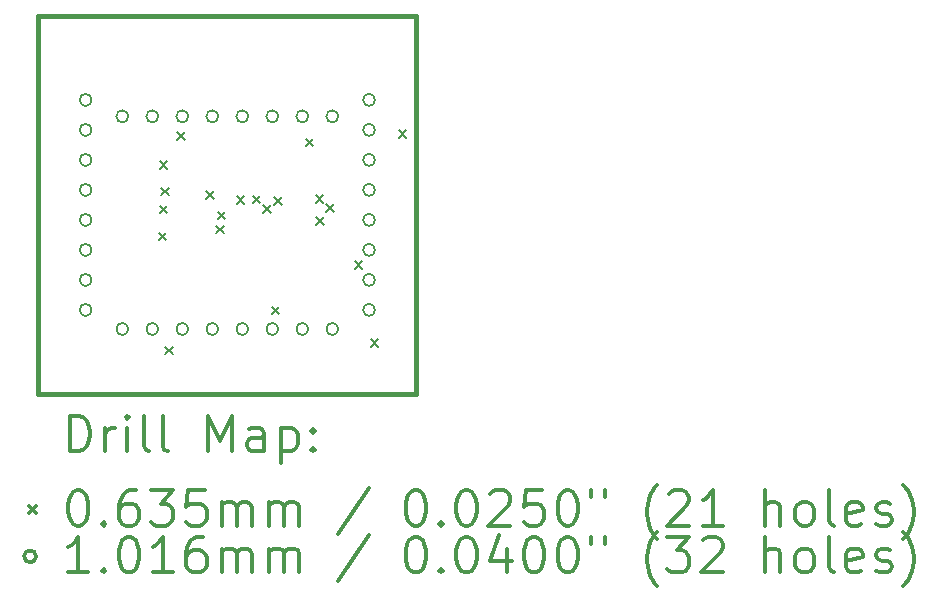
<source format=gbr>
%FSLAX45Y45*%
G04 Gerber Fmt 4.5, Leading zero omitted, Abs format (unit mm)*
G04 Created by KiCad (PCBNEW 5.1.10) date 2021-11-10 14:39:57*
%MOMM*%
%LPD*%
G01*
G04 APERTURE LIST*
%TA.AperFunction,Profile*%
%ADD10C,0.381000*%
%TD*%
%ADD11C,0.200000*%
%ADD12C,0.300000*%
G04 APERTURE END LIST*
D10*
X13200126Y-9999980D02*
X9999980Y-9999980D01*
X13200126Y-6800088D02*
X13200126Y-9999980D01*
X9999980Y-6800088D02*
X13200126Y-6800088D01*
X9999980Y-9999980D02*
X9999980Y-6800088D01*
D11*
X11021060Y-8637270D02*
X11084560Y-8700770D01*
X11084560Y-8637270D02*
X11021060Y-8700770D01*
X11026394Y-8406130D02*
X11089894Y-8469630D01*
X11089894Y-8406130D02*
X11026394Y-8469630D01*
X11028172Y-8028686D02*
X11091672Y-8092186D01*
X11091672Y-8028686D02*
X11028172Y-8092186D01*
X11040110Y-8255254D02*
X11103610Y-8318754D01*
X11103610Y-8255254D02*
X11040110Y-8318754D01*
X11074400Y-9601200D02*
X11137900Y-9664700D01*
X11137900Y-9601200D02*
X11074400Y-9664700D01*
X11177016Y-7784846D02*
X11240516Y-7848346D01*
X11240516Y-7784846D02*
X11177016Y-7848346D01*
X11421618Y-8282432D02*
X11485118Y-8345932D01*
X11485118Y-8282432D02*
X11421618Y-8345932D01*
X11504422Y-8575294D02*
X11567922Y-8638794D01*
X11567922Y-8575294D02*
X11504422Y-8638794D01*
X11520932Y-8458200D02*
X11584432Y-8521700D01*
X11584432Y-8458200D02*
X11520932Y-8521700D01*
X11678158Y-8325358D02*
X11741658Y-8388858D01*
X11741658Y-8325358D02*
X11678158Y-8388858D01*
X11816842Y-8321802D02*
X11880342Y-8385302D01*
X11880342Y-8321802D02*
X11816842Y-8385302D01*
X11902694Y-8403590D02*
X11966194Y-8467090D01*
X11966194Y-8403590D02*
X11902694Y-8467090D01*
X11974830Y-9263888D02*
X12038330Y-9327388D01*
X12038330Y-9263888D02*
X11974830Y-9327388D01*
X11999214Y-8336026D02*
X12062714Y-8399526D01*
X12062714Y-8336026D02*
X11999214Y-8399526D01*
X12261850Y-7840472D02*
X12325350Y-7903972D01*
X12325350Y-7840472D02*
X12261850Y-7903972D01*
X12347194Y-8318500D02*
X12410694Y-8382000D01*
X12410694Y-8318500D02*
X12347194Y-8382000D01*
X12354306Y-8502904D02*
X12417806Y-8566404D01*
X12417806Y-8502904D02*
X12354306Y-8566404D01*
X12436348Y-8392160D02*
X12499848Y-8455660D01*
X12499848Y-8392160D02*
X12436348Y-8455660D01*
X12679426Y-8875776D02*
X12742926Y-8939276D01*
X12742926Y-8875776D02*
X12679426Y-8939276D01*
X12814046Y-9536176D02*
X12877546Y-9599676D01*
X12877546Y-9536176D02*
X12814046Y-9599676D01*
X13052044Y-7768082D02*
X13115544Y-7831582D01*
X13115544Y-7768082D02*
X13052044Y-7831582D01*
X10450830Y-7510526D02*
G75*
G03*
X10450830Y-7510526I-50800J0D01*
G01*
X10450830Y-7764526D02*
G75*
G03*
X10450830Y-7764526I-50800J0D01*
G01*
X10450830Y-8018526D02*
G75*
G03*
X10450830Y-8018526I-50800J0D01*
G01*
X10450830Y-8272526D02*
G75*
G03*
X10450830Y-8272526I-50800J0D01*
G01*
X10450830Y-8526526D02*
G75*
G03*
X10450830Y-8526526I-50800J0D01*
G01*
X10450830Y-8780526D02*
G75*
G03*
X10450830Y-8780526I-50800J0D01*
G01*
X10450830Y-9034526D02*
G75*
G03*
X10450830Y-9034526I-50800J0D01*
G01*
X10450830Y-9288526D02*
G75*
G03*
X10450830Y-9288526I-50800J0D01*
G01*
X10761726Y-7649972D02*
G75*
G03*
X10761726Y-7649972I-50800J0D01*
G01*
X10761726Y-9450070D02*
G75*
G03*
X10761726Y-9450070I-50800J0D01*
G01*
X11015726Y-7649972D02*
G75*
G03*
X11015726Y-7649972I-50800J0D01*
G01*
X11015726Y-9450070D02*
G75*
G03*
X11015726Y-9450070I-50800J0D01*
G01*
X11269726Y-7649972D02*
G75*
G03*
X11269726Y-7649972I-50800J0D01*
G01*
X11269726Y-9450070D02*
G75*
G03*
X11269726Y-9450070I-50800J0D01*
G01*
X11523726Y-7649972D02*
G75*
G03*
X11523726Y-7649972I-50800J0D01*
G01*
X11523726Y-9450070D02*
G75*
G03*
X11523726Y-9450070I-50800J0D01*
G01*
X11777726Y-7649972D02*
G75*
G03*
X11777726Y-7649972I-50800J0D01*
G01*
X11777726Y-9450070D02*
G75*
G03*
X11777726Y-9450070I-50800J0D01*
G01*
X12031726Y-7649972D02*
G75*
G03*
X12031726Y-7649972I-50800J0D01*
G01*
X12031726Y-9450070D02*
G75*
G03*
X12031726Y-9450070I-50800J0D01*
G01*
X12285726Y-7649972D02*
G75*
G03*
X12285726Y-7649972I-50800J0D01*
G01*
X12285726Y-9450070D02*
G75*
G03*
X12285726Y-9450070I-50800J0D01*
G01*
X12539726Y-7649972D02*
G75*
G03*
X12539726Y-7649972I-50800J0D01*
G01*
X12539726Y-9450070D02*
G75*
G03*
X12539726Y-9450070I-50800J0D01*
G01*
X12850876Y-7510526D02*
G75*
G03*
X12850876Y-7510526I-50800J0D01*
G01*
X12850876Y-7764526D02*
G75*
G03*
X12850876Y-7764526I-50800J0D01*
G01*
X12850876Y-8018526D02*
G75*
G03*
X12850876Y-8018526I-50800J0D01*
G01*
X12850876Y-8272526D02*
G75*
G03*
X12850876Y-8272526I-50800J0D01*
G01*
X12850876Y-8526526D02*
G75*
G03*
X12850876Y-8526526I-50800J0D01*
G01*
X12850876Y-8780526D02*
G75*
G03*
X12850876Y-8780526I-50800J0D01*
G01*
X12850876Y-9034526D02*
G75*
G03*
X12850876Y-9034526I-50800J0D01*
G01*
X12850876Y-9288526D02*
G75*
G03*
X12850876Y-9288526I-50800J0D01*
G01*
D12*
X10267358Y-10484744D02*
X10267358Y-10184744D01*
X10338787Y-10184744D01*
X10381644Y-10199030D01*
X10410216Y-10227602D01*
X10424501Y-10256173D01*
X10438787Y-10313316D01*
X10438787Y-10356173D01*
X10424501Y-10413316D01*
X10410216Y-10441887D01*
X10381644Y-10470459D01*
X10338787Y-10484744D01*
X10267358Y-10484744D01*
X10567358Y-10484744D02*
X10567358Y-10284744D01*
X10567358Y-10341887D02*
X10581644Y-10313316D01*
X10595930Y-10299030D01*
X10624501Y-10284744D01*
X10653073Y-10284744D01*
X10753073Y-10484744D02*
X10753073Y-10284744D01*
X10753073Y-10184744D02*
X10738787Y-10199030D01*
X10753073Y-10213316D01*
X10767358Y-10199030D01*
X10753073Y-10184744D01*
X10753073Y-10213316D01*
X10938787Y-10484744D02*
X10910216Y-10470459D01*
X10895930Y-10441887D01*
X10895930Y-10184744D01*
X11095930Y-10484744D02*
X11067358Y-10470459D01*
X11053073Y-10441887D01*
X11053073Y-10184744D01*
X11438787Y-10484744D02*
X11438787Y-10184744D01*
X11538787Y-10399030D01*
X11638787Y-10184744D01*
X11638787Y-10484744D01*
X11910216Y-10484744D02*
X11910216Y-10327602D01*
X11895930Y-10299030D01*
X11867358Y-10284744D01*
X11810216Y-10284744D01*
X11781644Y-10299030D01*
X11910216Y-10470459D02*
X11881644Y-10484744D01*
X11810216Y-10484744D01*
X11781644Y-10470459D01*
X11767358Y-10441887D01*
X11767358Y-10413316D01*
X11781644Y-10384744D01*
X11810216Y-10370459D01*
X11881644Y-10370459D01*
X11910216Y-10356173D01*
X12053073Y-10284744D02*
X12053073Y-10584744D01*
X12053073Y-10299030D02*
X12081644Y-10284744D01*
X12138787Y-10284744D01*
X12167358Y-10299030D01*
X12181644Y-10313316D01*
X12195930Y-10341887D01*
X12195930Y-10427602D01*
X12181644Y-10456173D01*
X12167358Y-10470459D01*
X12138787Y-10484744D01*
X12081644Y-10484744D01*
X12053073Y-10470459D01*
X12324501Y-10456173D02*
X12338787Y-10470459D01*
X12324501Y-10484744D01*
X12310216Y-10470459D01*
X12324501Y-10456173D01*
X12324501Y-10484744D01*
X12324501Y-10299030D02*
X12338787Y-10313316D01*
X12324501Y-10327602D01*
X12310216Y-10313316D01*
X12324501Y-10299030D01*
X12324501Y-10327602D01*
X9917430Y-10947280D02*
X9980930Y-11010780D01*
X9980930Y-10947280D02*
X9917430Y-11010780D01*
X10324501Y-10814744D02*
X10353073Y-10814744D01*
X10381644Y-10829030D01*
X10395930Y-10843316D01*
X10410216Y-10871887D01*
X10424501Y-10929030D01*
X10424501Y-11000459D01*
X10410216Y-11057602D01*
X10395930Y-11086173D01*
X10381644Y-11100459D01*
X10353073Y-11114744D01*
X10324501Y-11114744D01*
X10295930Y-11100459D01*
X10281644Y-11086173D01*
X10267358Y-11057602D01*
X10253073Y-11000459D01*
X10253073Y-10929030D01*
X10267358Y-10871887D01*
X10281644Y-10843316D01*
X10295930Y-10829030D01*
X10324501Y-10814744D01*
X10553073Y-11086173D02*
X10567358Y-11100459D01*
X10553073Y-11114744D01*
X10538787Y-11100459D01*
X10553073Y-11086173D01*
X10553073Y-11114744D01*
X10824501Y-10814744D02*
X10767358Y-10814744D01*
X10738787Y-10829030D01*
X10724501Y-10843316D01*
X10695930Y-10886173D01*
X10681644Y-10943316D01*
X10681644Y-11057602D01*
X10695930Y-11086173D01*
X10710216Y-11100459D01*
X10738787Y-11114744D01*
X10795930Y-11114744D01*
X10824501Y-11100459D01*
X10838787Y-11086173D01*
X10853073Y-11057602D01*
X10853073Y-10986173D01*
X10838787Y-10957602D01*
X10824501Y-10943316D01*
X10795930Y-10929030D01*
X10738787Y-10929030D01*
X10710216Y-10943316D01*
X10695930Y-10957602D01*
X10681644Y-10986173D01*
X10953073Y-10814744D02*
X11138787Y-10814744D01*
X11038787Y-10929030D01*
X11081644Y-10929030D01*
X11110216Y-10943316D01*
X11124501Y-10957602D01*
X11138787Y-10986173D01*
X11138787Y-11057602D01*
X11124501Y-11086173D01*
X11110216Y-11100459D01*
X11081644Y-11114744D01*
X10995930Y-11114744D01*
X10967358Y-11100459D01*
X10953073Y-11086173D01*
X11410216Y-10814744D02*
X11267358Y-10814744D01*
X11253073Y-10957602D01*
X11267358Y-10943316D01*
X11295930Y-10929030D01*
X11367358Y-10929030D01*
X11395930Y-10943316D01*
X11410216Y-10957602D01*
X11424501Y-10986173D01*
X11424501Y-11057602D01*
X11410216Y-11086173D01*
X11395930Y-11100459D01*
X11367358Y-11114744D01*
X11295930Y-11114744D01*
X11267358Y-11100459D01*
X11253073Y-11086173D01*
X11553073Y-11114744D02*
X11553073Y-10914744D01*
X11553073Y-10943316D02*
X11567358Y-10929030D01*
X11595930Y-10914744D01*
X11638787Y-10914744D01*
X11667358Y-10929030D01*
X11681644Y-10957602D01*
X11681644Y-11114744D01*
X11681644Y-10957602D02*
X11695930Y-10929030D01*
X11724501Y-10914744D01*
X11767358Y-10914744D01*
X11795930Y-10929030D01*
X11810216Y-10957602D01*
X11810216Y-11114744D01*
X11953073Y-11114744D02*
X11953073Y-10914744D01*
X11953073Y-10943316D02*
X11967358Y-10929030D01*
X11995930Y-10914744D01*
X12038787Y-10914744D01*
X12067358Y-10929030D01*
X12081644Y-10957602D01*
X12081644Y-11114744D01*
X12081644Y-10957602D02*
X12095930Y-10929030D01*
X12124501Y-10914744D01*
X12167358Y-10914744D01*
X12195930Y-10929030D01*
X12210216Y-10957602D01*
X12210216Y-11114744D01*
X12795930Y-10800459D02*
X12538787Y-11186173D01*
X13181644Y-10814744D02*
X13210216Y-10814744D01*
X13238787Y-10829030D01*
X13253073Y-10843316D01*
X13267358Y-10871887D01*
X13281644Y-10929030D01*
X13281644Y-11000459D01*
X13267358Y-11057602D01*
X13253073Y-11086173D01*
X13238787Y-11100459D01*
X13210216Y-11114744D01*
X13181644Y-11114744D01*
X13153073Y-11100459D01*
X13138787Y-11086173D01*
X13124501Y-11057602D01*
X13110216Y-11000459D01*
X13110216Y-10929030D01*
X13124501Y-10871887D01*
X13138787Y-10843316D01*
X13153073Y-10829030D01*
X13181644Y-10814744D01*
X13410216Y-11086173D02*
X13424501Y-11100459D01*
X13410216Y-11114744D01*
X13395930Y-11100459D01*
X13410216Y-11086173D01*
X13410216Y-11114744D01*
X13610216Y-10814744D02*
X13638787Y-10814744D01*
X13667358Y-10829030D01*
X13681644Y-10843316D01*
X13695930Y-10871887D01*
X13710216Y-10929030D01*
X13710216Y-11000459D01*
X13695930Y-11057602D01*
X13681644Y-11086173D01*
X13667358Y-11100459D01*
X13638787Y-11114744D01*
X13610216Y-11114744D01*
X13581644Y-11100459D01*
X13567358Y-11086173D01*
X13553073Y-11057602D01*
X13538787Y-11000459D01*
X13538787Y-10929030D01*
X13553073Y-10871887D01*
X13567358Y-10843316D01*
X13581644Y-10829030D01*
X13610216Y-10814744D01*
X13824501Y-10843316D02*
X13838787Y-10829030D01*
X13867358Y-10814744D01*
X13938787Y-10814744D01*
X13967358Y-10829030D01*
X13981644Y-10843316D01*
X13995930Y-10871887D01*
X13995930Y-10900459D01*
X13981644Y-10943316D01*
X13810216Y-11114744D01*
X13995930Y-11114744D01*
X14267358Y-10814744D02*
X14124501Y-10814744D01*
X14110216Y-10957602D01*
X14124501Y-10943316D01*
X14153073Y-10929030D01*
X14224501Y-10929030D01*
X14253073Y-10943316D01*
X14267358Y-10957602D01*
X14281644Y-10986173D01*
X14281644Y-11057602D01*
X14267358Y-11086173D01*
X14253073Y-11100459D01*
X14224501Y-11114744D01*
X14153073Y-11114744D01*
X14124501Y-11100459D01*
X14110216Y-11086173D01*
X14467358Y-10814744D02*
X14495930Y-10814744D01*
X14524501Y-10829030D01*
X14538787Y-10843316D01*
X14553073Y-10871887D01*
X14567358Y-10929030D01*
X14567358Y-11000459D01*
X14553073Y-11057602D01*
X14538787Y-11086173D01*
X14524501Y-11100459D01*
X14495930Y-11114744D01*
X14467358Y-11114744D01*
X14438787Y-11100459D01*
X14424501Y-11086173D01*
X14410216Y-11057602D01*
X14395930Y-11000459D01*
X14395930Y-10929030D01*
X14410216Y-10871887D01*
X14424501Y-10843316D01*
X14438787Y-10829030D01*
X14467358Y-10814744D01*
X14681644Y-10814744D02*
X14681644Y-10871887D01*
X14795930Y-10814744D02*
X14795930Y-10871887D01*
X15238787Y-11229030D02*
X15224501Y-11214744D01*
X15195930Y-11171887D01*
X15181644Y-11143316D01*
X15167358Y-11100459D01*
X15153073Y-11029030D01*
X15153073Y-10971887D01*
X15167358Y-10900459D01*
X15181644Y-10857602D01*
X15195930Y-10829030D01*
X15224501Y-10786173D01*
X15238787Y-10771887D01*
X15338787Y-10843316D02*
X15353073Y-10829030D01*
X15381644Y-10814744D01*
X15453073Y-10814744D01*
X15481644Y-10829030D01*
X15495930Y-10843316D01*
X15510216Y-10871887D01*
X15510216Y-10900459D01*
X15495930Y-10943316D01*
X15324501Y-11114744D01*
X15510216Y-11114744D01*
X15795930Y-11114744D02*
X15624501Y-11114744D01*
X15710216Y-11114744D02*
X15710216Y-10814744D01*
X15681644Y-10857602D01*
X15653073Y-10886173D01*
X15624501Y-10900459D01*
X16153073Y-11114744D02*
X16153073Y-10814744D01*
X16281644Y-11114744D02*
X16281644Y-10957602D01*
X16267358Y-10929030D01*
X16238787Y-10914744D01*
X16195930Y-10914744D01*
X16167358Y-10929030D01*
X16153073Y-10943316D01*
X16467358Y-11114744D02*
X16438787Y-11100459D01*
X16424501Y-11086173D01*
X16410216Y-11057602D01*
X16410216Y-10971887D01*
X16424501Y-10943316D01*
X16438787Y-10929030D01*
X16467358Y-10914744D01*
X16510216Y-10914744D01*
X16538787Y-10929030D01*
X16553073Y-10943316D01*
X16567358Y-10971887D01*
X16567358Y-11057602D01*
X16553073Y-11086173D01*
X16538787Y-11100459D01*
X16510216Y-11114744D01*
X16467358Y-11114744D01*
X16738787Y-11114744D02*
X16710216Y-11100459D01*
X16695930Y-11071887D01*
X16695930Y-10814744D01*
X16967358Y-11100459D02*
X16938787Y-11114744D01*
X16881644Y-11114744D01*
X16853073Y-11100459D01*
X16838787Y-11071887D01*
X16838787Y-10957602D01*
X16853073Y-10929030D01*
X16881644Y-10914744D01*
X16938787Y-10914744D01*
X16967358Y-10929030D01*
X16981644Y-10957602D01*
X16981644Y-10986173D01*
X16838787Y-11014744D01*
X17095930Y-11100459D02*
X17124501Y-11114744D01*
X17181644Y-11114744D01*
X17210216Y-11100459D01*
X17224501Y-11071887D01*
X17224501Y-11057602D01*
X17210216Y-11029030D01*
X17181644Y-11014744D01*
X17138787Y-11014744D01*
X17110216Y-11000459D01*
X17095930Y-10971887D01*
X17095930Y-10957602D01*
X17110216Y-10929030D01*
X17138787Y-10914744D01*
X17181644Y-10914744D01*
X17210216Y-10929030D01*
X17324501Y-11229030D02*
X17338787Y-11214744D01*
X17367358Y-11171887D01*
X17381644Y-11143316D01*
X17395930Y-11100459D01*
X17410216Y-11029030D01*
X17410216Y-10971887D01*
X17395930Y-10900459D01*
X17381644Y-10857602D01*
X17367358Y-10829030D01*
X17338787Y-10786173D01*
X17324501Y-10771887D01*
X9980930Y-11375030D02*
G75*
G03*
X9980930Y-11375030I-50800J0D01*
G01*
X10424501Y-11510744D02*
X10253073Y-11510744D01*
X10338787Y-11510744D02*
X10338787Y-11210744D01*
X10310216Y-11253601D01*
X10281644Y-11282173D01*
X10253073Y-11296459D01*
X10553073Y-11482173D02*
X10567358Y-11496459D01*
X10553073Y-11510744D01*
X10538787Y-11496459D01*
X10553073Y-11482173D01*
X10553073Y-11510744D01*
X10753073Y-11210744D02*
X10781644Y-11210744D01*
X10810216Y-11225030D01*
X10824501Y-11239316D01*
X10838787Y-11267887D01*
X10853073Y-11325030D01*
X10853073Y-11396459D01*
X10838787Y-11453601D01*
X10824501Y-11482173D01*
X10810216Y-11496459D01*
X10781644Y-11510744D01*
X10753073Y-11510744D01*
X10724501Y-11496459D01*
X10710216Y-11482173D01*
X10695930Y-11453601D01*
X10681644Y-11396459D01*
X10681644Y-11325030D01*
X10695930Y-11267887D01*
X10710216Y-11239316D01*
X10724501Y-11225030D01*
X10753073Y-11210744D01*
X11138787Y-11510744D02*
X10967358Y-11510744D01*
X11053073Y-11510744D02*
X11053073Y-11210744D01*
X11024501Y-11253601D01*
X10995930Y-11282173D01*
X10967358Y-11296459D01*
X11395930Y-11210744D02*
X11338787Y-11210744D01*
X11310216Y-11225030D01*
X11295930Y-11239316D01*
X11267358Y-11282173D01*
X11253073Y-11339316D01*
X11253073Y-11453601D01*
X11267358Y-11482173D01*
X11281644Y-11496459D01*
X11310216Y-11510744D01*
X11367358Y-11510744D01*
X11395930Y-11496459D01*
X11410216Y-11482173D01*
X11424501Y-11453601D01*
X11424501Y-11382173D01*
X11410216Y-11353601D01*
X11395930Y-11339316D01*
X11367358Y-11325030D01*
X11310216Y-11325030D01*
X11281644Y-11339316D01*
X11267358Y-11353601D01*
X11253073Y-11382173D01*
X11553073Y-11510744D02*
X11553073Y-11310744D01*
X11553073Y-11339316D02*
X11567358Y-11325030D01*
X11595930Y-11310744D01*
X11638787Y-11310744D01*
X11667358Y-11325030D01*
X11681644Y-11353601D01*
X11681644Y-11510744D01*
X11681644Y-11353601D02*
X11695930Y-11325030D01*
X11724501Y-11310744D01*
X11767358Y-11310744D01*
X11795930Y-11325030D01*
X11810216Y-11353601D01*
X11810216Y-11510744D01*
X11953073Y-11510744D02*
X11953073Y-11310744D01*
X11953073Y-11339316D02*
X11967358Y-11325030D01*
X11995930Y-11310744D01*
X12038787Y-11310744D01*
X12067358Y-11325030D01*
X12081644Y-11353601D01*
X12081644Y-11510744D01*
X12081644Y-11353601D02*
X12095930Y-11325030D01*
X12124501Y-11310744D01*
X12167358Y-11310744D01*
X12195930Y-11325030D01*
X12210216Y-11353601D01*
X12210216Y-11510744D01*
X12795930Y-11196459D02*
X12538787Y-11582173D01*
X13181644Y-11210744D02*
X13210216Y-11210744D01*
X13238787Y-11225030D01*
X13253073Y-11239316D01*
X13267358Y-11267887D01*
X13281644Y-11325030D01*
X13281644Y-11396459D01*
X13267358Y-11453601D01*
X13253073Y-11482173D01*
X13238787Y-11496459D01*
X13210216Y-11510744D01*
X13181644Y-11510744D01*
X13153073Y-11496459D01*
X13138787Y-11482173D01*
X13124501Y-11453601D01*
X13110216Y-11396459D01*
X13110216Y-11325030D01*
X13124501Y-11267887D01*
X13138787Y-11239316D01*
X13153073Y-11225030D01*
X13181644Y-11210744D01*
X13410216Y-11482173D02*
X13424501Y-11496459D01*
X13410216Y-11510744D01*
X13395930Y-11496459D01*
X13410216Y-11482173D01*
X13410216Y-11510744D01*
X13610216Y-11210744D02*
X13638787Y-11210744D01*
X13667358Y-11225030D01*
X13681644Y-11239316D01*
X13695930Y-11267887D01*
X13710216Y-11325030D01*
X13710216Y-11396459D01*
X13695930Y-11453601D01*
X13681644Y-11482173D01*
X13667358Y-11496459D01*
X13638787Y-11510744D01*
X13610216Y-11510744D01*
X13581644Y-11496459D01*
X13567358Y-11482173D01*
X13553073Y-11453601D01*
X13538787Y-11396459D01*
X13538787Y-11325030D01*
X13553073Y-11267887D01*
X13567358Y-11239316D01*
X13581644Y-11225030D01*
X13610216Y-11210744D01*
X13967358Y-11310744D02*
X13967358Y-11510744D01*
X13895930Y-11196459D02*
X13824501Y-11410744D01*
X14010216Y-11410744D01*
X14181644Y-11210744D02*
X14210216Y-11210744D01*
X14238787Y-11225030D01*
X14253073Y-11239316D01*
X14267358Y-11267887D01*
X14281644Y-11325030D01*
X14281644Y-11396459D01*
X14267358Y-11453601D01*
X14253073Y-11482173D01*
X14238787Y-11496459D01*
X14210216Y-11510744D01*
X14181644Y-11510744D01*
X14153073Y-11496459D01*
X14138787Y-11482173D01*
X14124501Y-11453601D01*
X14110216Y-11396459D01*
X14110216Y-11325030D01*
X14124501Y-11267887D01*
X14138787Y-11239316D01*
X14153073Y-11225030D01*
X14181644Y-11210744D01*
X14467358Y-11210744D02*
X14495930Y-11210744D01*
X14524501Y-11225030D01*
X14538787Y-11239316D01*
X14553073Y-11267887D01*
X14567358Y-11325030D01*
X14567358Y-11396459D01*
X14553073Y-11453601D01*
X14538787Y-11482173D01*
X14524501Y-11496459D01*
X14495930Y-11510744D01*
X14467358Y-11510744D01*
X14438787Y-11496459D01*
X14424501Y-11482173D01*
X14410216Y-11453601D01*
X14395930Y-11396459D01*
X14395930Y-11325030D01*
X14410216Y-11267887D01*
X14424501Y-11239316D01*
X14438787Y-11225030D01*
X14467358Y-11210744D01*
X14681644Y-11210744D02*
X14681644Y-11267887D01*
X14795930Y-11210744D02*
X14795930Y-11267887D01*
X15238787Y-11625030D02*
X15224501Y-11610744D01*
X15195930Y-11567887D01*
X15181644Y-11539316D01*
X15167358Y-11496459D01*
X15153073Y-11425030D01*
X15153073Y-11367887D01*
X15167358Y-11296459D01*
X15181644Y-11253601D01*
X15195930Y-11225030D01*
X15224501Y-11182173D01*
X15238787Y-11167887D01*
X15324501Y-11210744D02*
X15510216Y-11210744D01*
X15410216Y-11325030D01*
X15453073Y-11325030D01*
X15481644Y-11339316D01*
X15495930Y-11353601D01*
X15510216Y-11382173D01*
X15510216Y-11453601D01*
X15495930Y-11482173D01*
X15481644Y-11496459D01*
X15453073Y-11510744D01*
X15367358Y-11510744D01*
X15338787Y-11496459D01*
X15324501Y-11482173D01*
X15624501Y-11239316D02*
X15638787Y-11225030D01*
X15667358Y-11210744D01*
X15738787Y-11210744D01*
X15767358Y-11225030D01*
X15781644Y-11239316D01*
X15795930Y-11267887D01*
X15795930Y-11296459D01*
X15781644Y-11339316D01*
X15610216Y-11510744D01*
X15795930Y-11510744D01*
X16153073Y-11510744D02*
X16153073Y-11210744D01*
X16281644Y-11510744D02*
X16281644Y-11353601D01*
X16267358Y-11325030D01*
X16238787Y-11310744D01*
X16195930Y-11310744D01*
X16167358Y-11325030D01*
X16153073Y-11339316D01*
X16467358Y-11510744D02*
X16438787Y-11496459D01*
X16424501Y-11482173D01*
X16410216Y-11453601D01*
X16410216Y-11367887D01*
X16424501Y-11339316D01*
X16438787Y-11325030D01*
X16467358Y-11310744D01*
X16510216Y-11310744D01*
X16538787Y-11325030D01*
X16553073Y-11339316D01*
X16567358Y-11367887D01*
X16567358Y-11453601D01*
X16553073Y-11482173D01*
X16538787Y-11496459D01*
X16510216Y-11510744D01*
X16467358Y-11510744D01*
X16738787Y-11510744D02*
X16710216Y-11496459D01*
X16695930Y-11467887D01*
X16695930Y-11210744D01*
X16967358Y-11496459D02*
X16938787Y-11510744D01*
X16881644Y-11510744D01*
X16853073Y-11496459D01*
X16838787Y-11467887D01*
X16838787Y-11353601D01*
X16853073Y-11325030D01*
X16881644Y-11310744D01*
X16938787Y-11310744D01*
X16967358Y-11325030D01*
X16981644Y-11353601D01*
X16981644Y-11382173D01*
X16838787Y-11410744D01*
X17095930Y-11496459D02*
X17124501Y-11510744D01*
X17181644Y-11510744D01*
X17210216Y-11496459D01*
X17224501Y-11467887D01*
X17224501Y-11453601D01*
X17210216Y-11425030D01*
X17181644Y-11410744D01*
X17138787Y-11410744D01*
X17110216Y-11396459D01*
X17095930Y-11367887D01*
X17095930Y-11353601D01*
X17110216Y-11325030D01*
X17138787Y-11310744D01*
X17181644Y-11310744D01*
X17210216Y-11325030D01*
X17324501Y-11625030D02*
X17338787Y-11610744D01*
X17367358Y-11567887D01*
X17381644Y-11539316D01*
X17395930Y-11496459D01*
X17410216Y-11425030D01*
X17410216Y-11367887D01*
X17395930Y-11296459D01*
X17381644Y-11253601D01*
X17367358Y-11225030D01*
X17338787Y-11182173D01*
X17324501Y-11167887D01*
M02*

</source>
